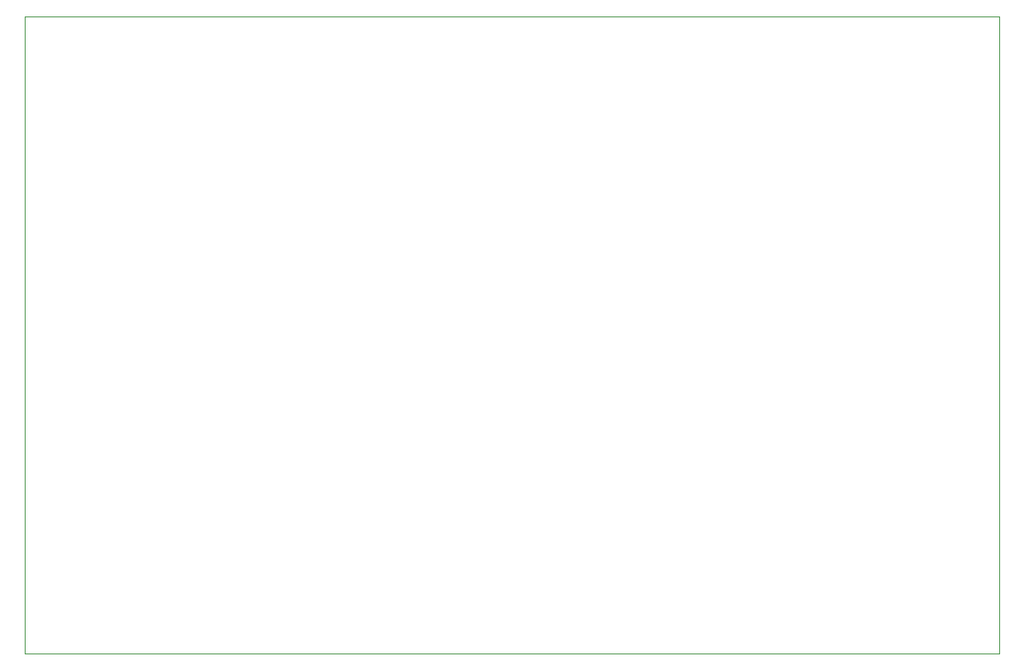
<source format=gm1>
G04 #@! TF.GenerationSoftware,KiCad,Pcbnew,8.0.5*
G04 #@! TF.CreationDate,2025-03-10T17:55:26-07:00*
G04 #@! TF.ProjectId,flightcomputerv1,666c6967-6874-4636-9f6d-707574657276,rev?*
G04 #@! TF.SameCoordinates,Original*
G04 #@! TF.FileFunction,Profile,NP*
%FSLAX46Y46*%
G04 Gerber Fmt 4.6, Leading zero omitted, Abs format (unit mm)*
G04 Created by KiCad (PCBNEW 8.0.5) date 2025-03-10 17:55:26*
%MOMM*%
%LPD*%
G01*
G04 APERTURE LIST*
G04 #@! TA.AperFunction,Profile*
%ADD10C,0.050000*%
G04 #@! TD*
G04 APERTURE END LIST*
D10*
X49500000Y-59750000D02*
X149500000Y-59750000D01*
X149500000Y-125250000D01*
X49500000Y-125250000D01*
X49500000Y-59750000D01*
M02*

</source>
